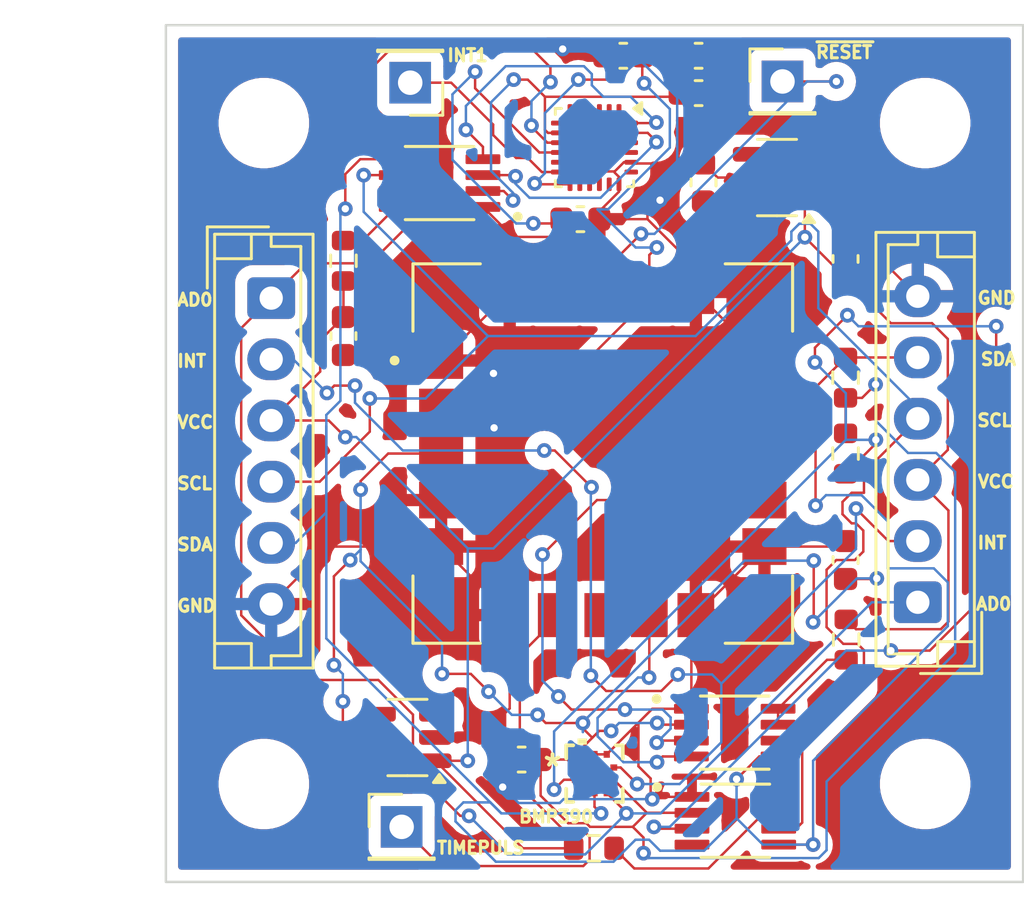
<source format=kicad_pcb>
(kicad_pcb (version 20240108) (generator "pcbnew") (generator_version "8.0")
  (layers (0 "F.Cu" signal) (31 "B.Cu" signal) (34 "B.Paste" user) (35 "F.Paste" user) (36 "B.SilkS" user "B.Silkscreen") (37 "F.SilkS" user "F.Silkscreen") (38 "B.Mask" user) (39 "F.Mask" user) (44 "Edge.Cuts" user))
  (net 0 "")
  (net 1 "GND")
  (net 11 "AD0")
  (net 14 "V33")
  (net 16 "SCL2")
  (net 17 "Net-(U4-REGOUT)")
  (net 18 "Vref")
  (net 20 "SDA2")
  (net 22 "Net-(J3-Pin_1)")
  (net 23 "VCC")
  (net 25 "V18")
  (net 29 "SDA")
  (net 30 "SCL")
  (net 31 "INT")
  (net 32 "Vref1")
  (net 33 "Net-(J6-Pin_1)")
  (net 34 "Net-(J7-Pin_1)")
  (net 35 "Net-(U3-EN)")
  (net 36 "SCL1")
  (net 37 "Net-(U7-EN)")
  (net 38 "Net-(U8-EN)")
  (net 39 "SCL3")
  (net 41 "SDA3")
  (net 45 "SDA1")
  (footprint "Resistor_SMD:R_0603_1608Metric" (layer "F.Cu") (at 66.075 66.4)
    (property "Reference" "R3" (hide yes))
    (property "Value" "200k")
  )
  (footprint "Capacitor_SMD:C_0603_1608Metric" (layer "F.Cu") (at 55.85 45.475 90)
    (property "Reference" "C5" (hide yes))
    (property "Value" "1µF")
  )
  (footprint "MountingHole:MountingHole_3.2mm_M3" (layer "F.Cu") (at 79.6 36.775)
    (property "Reference" "REF**" (hide yes))
    (property "Value" "MountingHole_3.2mm_M3" (hide yes))
  )
  (footprint "MountingHole:MountingHole_3.2mm_M3" (layer "F.Cu") (at 79.6 63.775)
    (property "Reference" "REF**" (hide yes))
    (property "Value" "MountingHole_3.2mm_M3" (hide yes))
  )
  (footprint "Connector_PinHeader_2.54mm:PinHeader_1x01_P2.54mm_Vertical" (layer "F.Cu") (at 58.225 65.525)
    (property "Reference" "J6" (hide yes))
    (property "Value" "Conn_01x01_Pin")
  )
  (footprint "Modular_Electronics_Toolkit_Footprints:SOP65P400X130-8N" (layer "F.Cu") (at 71.85 65.275)
    (property "Reference" "U7" (hide yes))
    (property "Value" "PCA9306DCTR")
  )
  (footprint "Modular_Electronics_Toolkit_Footprints:10LGA_2X2X0p75_BOS" (layer "F.Cu") (at 66.1 63.35)
    (property "Reference" "U1" (hide yes))
    (property "Value" "BMP390")
  )
  (footprint "MountingHole:MountingHole_3.2mm_M3" (layer "F.Cu") (at 52.6 36.775)
    (property "Reference" "REF**" (hide yes))
    (property "Value" "MountingHole_3.2mm_M3" (hide yes))
  )
  (footprint "Resistor_SMD:R_0603_1608Metric" (layer "F.Cu") (at 76.35 47.175 -90)
    (property "Reference" "R4" (hide yes))
    (property "Value" "4.7k")
  )
  (footprint "Capacitor_SMD:C_0603_1608Metric" (layer "F.Cu") (at 67.275 34.025)
    (property "Reference" "C6" (hide yes))
    (property "Value" "1µF")
  )
  (footprint "Sensor_Motion:InvenSense_QFN-24_3x3mm_P0.4mm" (layer "F.Cu") (at 66.1 37.775 -90)
    (property "Reference" "U4" (hide yes))
    (property "Value" "ICM-20948")
  )
  (footprint "Connector_PinHeader_2.54mm:PinHeader_1x01_P2.54mm_Vertical" (layer "F.Cu") (at 73.775 35.075)
    (property "Reference" "J7" (hide yes))
    (property "Value" "Conn_01x01_Pin")
  )
  (footprint "Package_TO_SOT_SMD:SOT-23-5" (layer "F.Cu") (at 73.55 39 180)
    (property "Reference" "U5" (hide yes))
    (property "Value" "TLV70018_SOT23-5")
  )
  (footprint "Capacitor_SMD:C_0603_1608Metric" (layer "F.Cu") (at 63.125 62.775 180)
    (property "Reference" "C9" (hide yes))
    (property "Value" "0.1µF")
  )
  (footprint "Capacitor_SMD:C_0603_1608Metric" (layer "F.Cu") (at 70.35 35.55 180)
    (property "Reference" "C3" (hide yes))
    (property "Value" "0.1µF")
  )
  (footprint "Resistor_SMD:R_0603_1608Metric" (layer "F.Cu") (at 76.35 50.275 -90)
    (property "Reference" "R2" (hide yes))
    (property "Value" "4.7k")
  )
  (footprint "Connector_PinHeader_2.54mm:PinHeader_1x01_P2.54mm_Vertical" (layer "F.Cu") (at 58.575 35.125 180)
    (property "Reference" "J3" (hide yes))
    (property "Value" "Conn_01x01_Pin")
  )
  (footprint "Connector_JST:JST_EH_B6B-EH-A_1x06_P2.50mm_Vertical" (layer "F.Cu") (at 52.9 43.925 -90)
    (property "Reference" "J4" (hide yes))
    (property "Value" "B6B-EH-A")
  )
  (footprint "Package_TO_SOT_SMD:SOT-23-5" (layer "F.Cu") (at 58.4625 61.875 180)
    (property "Reference" "U6" (hide yes))
    (property "Value" "TLV70033_SOT23-5")
  )
  (footprint "Capacitor_SMD:C_0603_1608Metric" (layer "F.Cu") (at 70.55 39.2 -90)
    (property "Reference" "C2" (hide yes))
    (property "Value" "1µF")
  )
  (footprint "Capacitor_SMD:C_0603_1608Metric" (layer "F.Cu") (at 70.35 34.025 180)
    (property "Reference" "C7" (hide yes))
    (property "Value" "0.1µF")
  )
  (footprint "MountingHole:MountingHole_3.2mm_M3" (layer "F.Cu") (at 52.6 63.775)
    (property "Reference" "REF**" (hide yes))
    (property "Value" "MountingHole_3.2mm_M3" (hide yes))
  )
  (footprint "Capacitor_SMD:C_0603_1608Metric" (layer "F.Cu") (at 76.35 54.625 -90)
    (property "Reference" "C8" (hide yes))
    (property "Value" "0.1µF")
  )
  (footprint "Modular_Electronics_Toolkit_Footprints:XCVR_SAM-M10Q-00B" (layer "F.Cu") (at 66.4375 50.275)
    (property "Reference" "U2" (hide yes))
    (property "Value" "SAM-M10Q-00B")
  )
  (footprint "Resistor_SMD:R_0603_1608Metric" (layer "F.Cu") (at 55.85 42.4 90)
    (property "Reference" "R1" (hide yes))
    (property "Value" "200k")
  )
  (footprint "Modular_Electronics_Toolkit_Footprints:SOP65P400X130-8N" (layer "F.Cu") (at 71.825 61.675)
    (property "Reference" "U8" (hide yes))
    (property "Value" "PCA9306DCTR")
  )
  (footprint "Connector_JST:JST_EH_B6B-EH-A_1x06_P2.50mm_Vertical" (layer "F.Cu") (at 79.3 56.35 90)
    (property "Reference" "J5" (hide yes))
    (property "Value" "B6B-EH-A")
  )
  (footprint "Modular_Electronics_Toolkit_Footprints:SOP65P400X130-8N" (layer "F.Cu") (at 59.775 39.225 180)
    (property "Reference" "U3" (hide yes))
    (property "Value" "PCA9306DCTR")
  )
  (footprint "Capacitor_SMD:C_0603_1608Metric" (layer "F.Cu") (at 65.525 40.7)
    (property "Reference" "C4" (hide yes))
    (property "Value" "0.1µF")
  )
  (footprint "Capacitor_SMD:C_0603_1608Metric" (layer "F.Cu") (at 76.35 42.325 -90)
    (property "Reference" "C1" (hide yes))
    (property "Value" "1µF")
  )
  (footprint "Resistor_SMD:R_0603_1608Metric" (layer "F.Cu") (at 76.375 57.875 -90)
    (property "Reference" "R5" (hide yes))
    (property "Value" "200k")
  )
  (gr_rect (start 48.6 32.775) (end 83.6 67.775) (stroke (width 0.1)) (fill none) (layer "Edge.Cuts"))
  (gr_text "INT1" (at 60.025 34.3 0) (layer "F.SilkS") (effects (font (size 0.5 0.5) (thickness 0.125) (bold yes)) (justify left bottom)))
  (gr_text "SCL" (at 81.663095 49.213125 0) (layer "F.SilkS") (effects (font (size 0.5 0.5) (thickness 0.125) (bold yes)) (justify left bottom)))
  (gr_text "SCL" (at 49 51.788125 0) (layer "F.SilkS") (effects (font (size 0.5 0.5) (thickness 0.125) (bold yes)) (justify left bottom)))
  (gr_text "AD0" (at 49 44.288125 0) (layer "F.SilkS") (effects (font (size 0.5 0.5) (thickness 0.125) (bold yes)) (justify left bottom)))
  (gr_text "INT" (at 81.675 54.213125 0) (layer "F.SilkS") (effects (font (size 0.5 0.5) (thickness 0.125) (bold yes)) (justify left bottom)))
  (gr_text "SDA" (at 49 54.288125 0) (layer "F.SilkS") (effects (font (size 0.5 0.5) (thickness 0.125) (bold yes)) (justify left bottom)))
  (gr_text "TIMEPULS" (at 59.6 66.675 0) (layer "F.SilkS") (effects (font (size 0.5 0.5) (thickness 0.125) (bold yes)) (justify left bottom)))
  (gr_text "BMP390" (at 62.95 65.4 0) (layer "F.SilkS") (effects (font (size 0.5 0.5) (thickness 0.125) (bold yes)) (justify left bottom)))
  (gr_text "GND" (at 49 56.788125 0) (layer "F.SilkS") (effects (font (size 0.5 0.5) (thickness 0.125) (bold yes)) (justify left bottom)))
  (gr_text "VCC" (at 49 49.288125 0) (layer "F.SilkS") (effects (font (size 0.5 0.5) (thickness 0.125) (bold yes)) (justify left bottom)))
  (gr_text "VCC" (at 81.686904 51.713125 0) (layer "F.SilkS") (effects (font (size 0.5 0.5) (thickness 0.125) (bold yes)) (justify left bottom)))
  (gr_text "AD0" (at 81.615475 56.713125 0) (layer "F.SilkS") (effects (font (size 0.5 0.5) (thickness 0.125) (bold yes)) (justify left bottom)))
  (gr_text "SDA" (at 81.805952 46.713125 0) (layer "F.SilkS") (effects (font (size 0.5 0.5) (thickness 0.125) (bold yes)) (justify left bottom)))
  (gr_text "RESET" (at 75.075 34.175 0) (layer "F.SilkS") (effects (font (size 0.5 0.5) (thickness 0.125) (bold yes)) (justify left bottom)))
  (gr_text "______" (at 75.1 33.475 0) (layer "F.SilkS") (effects (font (size 0.5 0.5) (thickness 0.125) (bold yes)) (justify left bottom)))
  (gr_text "GND" (at 81.675 44.213125 0) (layer "F.SilkS") (effects (font (size 0.5 0.5) (thickness 0.125) (bold yes)) (justify left bottom)))
  (gr_text "INT" (at 49 46.788125 0) (layer "F.SilkS") (effects (font (size 0.5 0.5) (thickness 0.125) (bold yes)) (justify left bottom)))
  (segment (start 68.775 39.925) (end 68.2625 40.4375) (width 0.1) (layer "F.Cu") (net 1))
  (segment (start 61.45 61.875) (end 59.6 61.875) (width 0.1) (layer "F.Cu") (net 1))
  (segment (start 62.6375 60.6875) (end 61.45 61.875) (width 0.1) (layer "F.Cu") (net 1))
  (segment (start 62.77 41.425) (end 62.6375 41.2925) (width 0.1) (layer "F.Cu") (net 1))
  (segment (start 59.8375 52.175) (end 59.8375 54.075) (width 0.1) (layer "F.Cu") (net 1))
  (segment (start 76.35 41.55) (end 76.35 40.000001) (width 0.1) (layer "F.Cu") (net 1))
  (segment (start 70.55 38.425) (end 71.125 39) (width 0.1) (layer "F.Cu") (net 1))
  (segment (start 66.3 40.7) (end 68.2625 40.7) (width 0.1) (layer "F.Cu") (net 1))
  (segment (start 66.3 40.7) (end 65.575 41.425) (width 0.1) (layer "F.Cu") (net 1))
  (segment (start 61.45 46.475) (end 59.8375 46.475) (width 0.1) (layer "F.Cu") (net 1))
  (segment (start 76.35 41.55) (end 77 41.55) (width 0.1) (layer "F.Cu") (net 1))
  (segment (start 67.29935 38.375) (end 67.6 38.375) (width 0.1) (layer "F.Cu") (net 1))
  (segment (start 76.125 54.075) (end 76.35 53.85) (width 0.1) (layer "F.Cu") (net 1))
  (segment (start 71.125 37.85) (end 70.55 38.425) (width 0.1) (layer "F.Cu") (net 1))
  (segment (start 73.0375 54.075) (end 76.125 54.075) (width 0.1) (layer "F.Cu") (net 1))
  (segment (start 62.6375 56.875) (end 62.6375 60.6875) (width 0.1) (layer "F.Cu") (net 1))
  (segment (start 70.055 60.7) (end 70.055 57.0575) (width 0.1) (layer "F.Cu") (net 1))
  (segment (start 65.334288 38.75) (end 66.92435 38.75) (width 0.1) (layer "F.Cu") (net 1))
  (segment (start 61.225 52.175) (end 62 51.4) (width 0.1) (layer "F.Cu") (net 1))
  (segment (start 57.525 46.25) (end 57.75 46.475) (width 0.1) (layer "F.Cu") (net 1))
  (segment (start 70.055 57.0575) (end 70.2375 56.875) (width 0.1) (layer "F.Cu") (net 1))
  (segment (start 68.391305 64.326087) (end 68.457609 64.392391) (width 0.1) (layer "F.Cu") (net 1))
  (segment (start 66.5 34.025) (end 65.075 34.025) (width 0.1) (layer "F.Cu") (net 1))
  (segment (start 65.575 41.425) (end 62.77 41.425) (width 0.1) (layer "F.Cu") (net 1))
  (segment (start 64.6 38.375) (end 64.959288 38.375) (width 0.1) (layer "F.Cu") (net 1))
  (segment (start 67.65 38.425) (end 67.6 38.375) (width 0.1) (layer "F.Cu") (net 1))
  (segment (start 68.391305 63.548268) (end 68.391305 64.326087) (width 0.1) (layer "F.Cu") (net 1))
  (segment (start 67.1 38.97435) (end 66.92435 38.7987) (width 0.1) (layer "F.Cu") (net 1))
  (segment (start 65.600001 63.974999) (end 66.1 63.475) (width 0.1) (layer "F.Cu") (net 1))
  (segment (start 55.85 46.25) (end 57.525 46.25) (width 0.1) (layer "F.Cu") (net 1))
  (segment (start 62.35 62.775) (end 61.45 61.875) (width 0.1) (layer "F.Cu") (net 1))
  (segment (start 77 41.55) (end 79.3 43.85) (width 0.1) (layer "F.Cu") (net 1))
  (segment (start 68.2625 40.7) (end 70.2375 42.675) (width 0.1) (layer "F.Cu") (net 1))
  (segment (start 67.893799 63.050762) (end 67.893799 61.268799) (width 0.1) (layer "F.Cu") (net 1))
  (segment (start 62.6375 41.2925) (end 61.545 40.2) (width 0.1) (layer "F.Cu") (net 1))
  (segment (start 66.3 40.7) (end 66.3 40.37565) (width 0.1) (layer "F.Cu") (net 1))
  (segment (start 68.462599 60.7) (end 67.893799 61.268799) (width 0.1) (layer "F.Cu") (net 1))
  (segment (start 70.55 38.425) (end 67.65 38.425) (width 0.1) (layer "F.Cu") (net 1))
  (segment (start 57.75 46.475) (end 59.8375 46.475) (width 0.1) (layer "F.Cu") (net 1))
  (segment (start 66.3 40.37565) (end 67.1 39.57565) (width 0.1) (layer "F.Cu") (net 1))
  (segment (start 66.92435 38.7987) (end 66.92435 38.75) (width 0.1) (layer "F.Cu") (net 1))
  (segment (start 65.075 34.025) (end 64.8 33.75) (width 0.1) (layer "F.Cu") (net 1))
  (segment (start 66.1 63.475) (end 66.1 62.5626) (width 0.1) (layer "F.Cu") (net 1))
  (segment (start 67.1 39.275) (end 67.1 38.97435) (width 0.1) (layer "F.Cu") (net 1))
  (segment (start 70.2375 56.875) (end 73.0375 54.075) (width 0.1) (layer "F.Cu") (net 1))
  (segment (start 59.8375 54.075) (end 55.25 54.075) (width 0.1) (layer "F.Cu") (net 1))
  (segment (start 64.959288 38.375) (end 65.334288 38.75) (width 0.1) (layer "F.Cu") (net 1))
  (segment (start 71.125 35.55) (end 71.125 37.85) (width 0.1) (layer "F.Cu") (net 1))
  (segment (start 70.08 64.3) (end 68.55 64.3) (width 0.1) (layer "F.Cu") (net 1))
  (segment (start 68.55 64.3) (end 68.457609 64.392391) (width 0.1) (layer "F.Cu") (net 1))
  (segment (start 62.35 62.775) (end 62.35 63.9) (width 0.1) (layer "F.Cu") (net 1))
  (segment (start 61.975 47) (end 61.45 46.475) (width 0.1) (layer "F.Cu") (net 1))
  (segment (start 73.0375 46.475) (end 70.2375 43.675) (width 0.1) (layer "F.Cu") (net 1))
  (segment (start 62.6375 43.675) (end 62.6375 41.2925) (width 0.1) (layer "F.Cu") (net 1))
  (segment (start 67.893799 63.050762) (end 68.391305 63.548268) (width 0.1) (layer "F.Cu") (net 1))
  (segment (start 68.2625 40.4375) (end 68.2625 40.7) (width 0.1) (layer "F.Cu") (net 1))
  (segment (start 66.599999 62.5626) (end 66.1 62.5626) (width 0.1) (layer "F.Cu") (net 1))
  (segment (start 70.2375 42.675) (end 70.2375 43.675) (width 0.1) (layer "F.Cu") (net 1))
  (segment (start 65.600001 64.1374) (end 65.600001 63.974999) (width 0.1) (layer "F.Cu") (net 1))
  (segment (start 76.35 40.000001) (end 75.349999 39) (width 0.1) (layer "F.Cu") (net 1))
  (segment (start 59.8375 52.175) (end 61.225 52.175) (width 0.1) (layer "F.Cu") (net 1))
  (segment (start 59.8375 46.475) (end 62.6375 43.675) (width 0.1) (layer "F.Cu") (net 1))
  (segment (start 67.1 39.57565) (end 67.1 39.275) (width 0.1) (layer "F.Cu") (net 1))
  (segment (start 67.893799 61.268799) (end 66.599999 62.5626) (width 0.1) (layer "F.Cu") (net 1))
  (segment (start 71.125 39) (end 74.6875 39) (width 0.1) (layer "F.Cu") (net 1))
  (segment (start 55.25 54.075) (end 52.9 56.425) (width 0.1) (layer "F.Cu") (net 1))
  (segment (start 62.6375 56.875) (end 59.8375 54.075) (width 0.1) (layer "F.Cu") (net 1))
  (segment (start 62 51.4) (end 62 49.225) (width 0.1) (layer "F.Cu") (net 1))
  (segment (start 75.349999 39) (end 74.6875 39) (width 0.1) (layer "F.Cu") (net 1))
  (segment (start 71.125 34.025) (end 71.125 35.55) (width 0.1) (layer "F.Cu") (net 1))
  (segment (start 66.92435 38.75) (end 67.29935 38.375) (width 0.1) (layer "F.Cu") (net 1))
  (segment (start 70.055 60.7) (end 68.462599 60.7) (width 0.1) (layer "F.Cu") (net 1))
  (via (at 64.8 33.75) (size 0.6) (drill 0.3) (layers "F.Cu" "B.Cu") (net 1))
  (via (at 68.457609 64.392391) (size 0.6) (drill 0.3) (layers "F.Cu" "B.Cu") (net 1))
  (via (at 68.775 39.925) (size 0.6) (drill 0.3) (layers "F.Cu" "B.Cu") (net 1))
  (via (at 62 49.225) (size 0.6) (drill 0.3) (layers "F.Cu" "B.Cu") (net 1))
  (via (at 62.35 63.9) (size 0.6) (drill 0.3) (layers "F.Cu" "B.Cu") (net 1))
  (via (at 61.975 47) (size 0.6) (drill 0.3) (layers "F.Cu" "B.Cu") (net 1))
  (segment (start 67.502818 33.75) (end 69.475 35.722182) (width 0.1) (layer "B.Cu") (net 1))
  (segment (start 64.8 33.75) (end 67.502818 33.75) (width 0.1) (layer "B.Cu") (net 1))
  (segment (start 69.475 35.722182) (end 69.475 39.225) (width 0.1) (layer "B.Cu") (net 1))
  (segment (start 62 47.025) (end 61.975 47) (width 0.1) (layer "B.Cu") (net 1))
  (segment (start 69.475 39.225) (end 68.775 39.925) (width 0.1) (layer "B.Cu") (net 1))
  (segment (start 63 64.55) (end 62.35 63.9) (width 0.1) (layer "B.Cu") (net 1))
  (segment (start 62 49.225) (end 62 47.025) (width 0.1) (layer "B.Cu") (net 1))
  (segment (start 64.677818 64.55) (end 63 64.55) (width 0.1) (layer "B.Cu") (net 1))
  (segment (start 68.457609 64.392391) (end 64.835427 64.392391) (width 0.1) (layer "B.Cu") (net 1))
  (segment (start 64.835427 64.392391) (end 64.677818 64.55) (width 0.1) (layer "B.Cu") (net 1))
  (segment (start 57.125 36.13435) (end 59.175 38.18435) (width 0.1) (layer "F.Cu") (net 11))
  (segment (start 59.175 40.275) (end 56.947014 42.502986) (width 0.1) (layer "F.Cu") (net 11))
  (segment (start 64.3 34.5) (end 63.575 33.775) (width 0.1) (layer "F.Cu") (net 11))
  (segment (start 59.175 38.18435) (end 59.175 40.275) (width 0.1) (layer "F.Cu") (net 11))
  (segment (start 57.125 34.4) (end 57.125 36.13435) (width 0.1) (layer "F.Cu") (net 11))
  (segment (start 67.396582 64.933983) (end 66.599999 64.1374) (width 0.1) (layer "F.Cu") (net 11))
  (segment (start 57.75 33.775) (end 57.125 34.4) (width 0.1) (layer "F.Cu") (net 11))
  (segment (start 64.6 37.575) (end 64.175086 37.575) (width 0.1) (layer "F.Cu") (net 11))
  (segment (start 67.396582 64.975) (end 67.396582 64.933983) (width 0.1) (layer "F.Cu") (net 11))
  (segment (start 64.3 35.1) (end 64.3 34.5) (width 0.1) (layer "F.Cu") (net 11))
  (segment (start 51.675 45.15) (end 51.675 56.880635) (width 0.1) (layer "F.Cu") (net 11))
  (segment (start 54.319365 59.525) (end 57.275 59.525) (width 0.1) (layer "F.Cu") (net 11))
  (segment (start 63.525 36.924914) (end 63.525 36.875) (width 0.1) (layer "F.Cu") (net 11))
  (segment (start 64.175086 37.575) (end 63.525 36.924914) (width 0.1) (layer "F.Cu") (net 11))
  (segment (start 57.275 59.525) (end 58.6875 60.9375) (width 0.1) (layer "F.Cu") (net 11))
  (segment (start 52.9 43.925) (end 51.675 45.15) (width 0.1) (layer "F.Cu") (net 11))
  (segment (start 60.617658 65.075) (end 60.975 65.075) (width 0.1) (layer "F.Cu") (net 11))
  (segment (start 56.947014 42.502986) (end 54.322014 42.502986) (width 0.1) (layer "F.Cu") (net 11))
  (segment (start 51.675 56.880635) (end 54.319365 59.525) (width 0.1) (layer "F.Cu") (net 11))
  (segment (start 58.6875 63.144842) (end 60.617658 65.075) (width 0.1) (layer "F.Cu") (net 11))
  (segment (start 54.322014 42.502986) (end 52.9 43.925) (width 0.1) (layer "F.Cu") (net 11))
  (segment (start 58.6875 60.9375) (end 58.6875 63.144842) (width 0.1) (layer "F.Cu") (net 11))
  (segment (start 63.575 33.775) (end 57.75 33.775) (width 0.1) (layer "F.Cu") (net 11))
  (via (at 63.525 36.875) (size 0.6) (drill 0.3) (layers "F.Cu" "B.Cu") (net 11))
  (via (at 67.396582 64.975) (size 0.6) (drill 0.3) (layers "F.Cu" "B.Cu") (net 11))
  (via (at 64.3 35.1) (size 0.6) (drill 0.3) (layers "F.Cu" "B.Cu") (net 11))
  (via (at 60.975 65.075) (size 0.6) (drill 0.3) (layers "F.Cu" "B.Cu") (net 11))
  (segment (start 77.422182 56.35) (end 79.3 56.35) (width 0.1) (layer "B.Cu") (net 11))
  (segment (start 65.721582 66.65) (end 62.55 66.65) (width 0.1) (layer "B.Cu") (net 11))
  (segment (start 62.55 66.65) (end 60.975 65.075) (width 0.1) (layer "B.Cu") (net 11))
  (segment (start 67.396582 64.975) (end 65.721582 66.65) (width 0.1) (layer "B.Cu") (net 11))
  (segment (start 63.525 36.875) (end 63.525 35.875) (width 0.1) (layer "B.Cu") (net 11))
  (segment (start 68.797182 64.975) (end 77.422182 56.35) (width 0.1) (layer "B.Cu") (net 11))
  (segment (start 63.525 35.875) (end 64.3 35.1) (width 0.1) (layer "B.Cu") (net 11))
  (segment (start 67.396582 64.975) (end 68.797182 64.975) (width 0.1) (layer "B.Cu") (net 11))
  (segment (start 77.6 55.4) (end 76.35 55.4) (width 0.1) (layer "F.Cu") (net 14))
  (segment (start 66.77989 61.60489) (end 66.29101 61.60489) (width 0.1) (layer "F.Cu") (net 14))
  (segment (start 68.3375 43.925) (end 68.3375 43.675) (width 0.1) (layer "F.Cu") (net 14))
  (segment (start 63.690631 39.275) (end 65.1 39.275) (width 0.1) (layer "F.Cu") (net 14))
  (segment (start 66.01045 61.88545) (end 65.600001 62.295899) (width 0.1) (layer "F.Cu") (net 14))
  (segment (start 68.3375 43.675) (end 68.3375 42.1625) (width 0.1) (layer "F.Cu") (net 14))
  (segment (start 61.05 59.275) (end 61.775 60) (width 0.1) (layer "F.Cu") (net 14))
  (segment (start 65.600001 62.295899) (end 65.600001 62.5626) (width 0.1) (layer "F.Cu") (net 14))
  (segment (start 68.125 35.15) (end 68.05 35.075) (width 0.1) (layer "F.Cu") (net 14))
  (segment (start 65.625 61.282709) (end 65.625 61.5) (width 0.1) (layer "F.Cu") (net 14))
  (segment (start 55.825 61.325) (end 55.825 60.4) (width 0.1) (layer "F.Cu") (net 14))
  (segment (start 56.55 51.75) (end 56.55 51.4) (width 0.1) (layer "F.Cu") (net 14))
  (segment (start 75.05 57.135881) (end 75.025 57.160881) (width 0.1) (layer "F.Cu") (net 14))
  (segment (start 68.725 61.35) (end 70.055 61.35) (width 0.1) (layer "F.Cu") (net 14))
  (segment (start 67.075 35) (end 65.44054 35) (width 0.1) (layer "F.Cu") (net 14))
  (segment (start 57.325 62.825) (end 55.825 61.325) (width 0.1) (layer "F.Cu") (net 14))
  (segment (start 59.8375 50.275) (end 59.8375 48.375) (width 0.1) (layer "F.Cu") (net 14))
  (segment (start 59.875 59.275) (end 61.05 59.275) (width 0.1) (layer "F.Cu") (net 14))
  (segment (start 59.8375 48.375) (end 63.8875 48.375) (width 0.1) (layer "F.Cu") (net 14))
  (segment (start 77.625 55.375) (end 77.6 55.4) (width 0.1) (layer "F.Cu") (net 14))
  (segment (start 64.107709 61.282709) (end 65.625 61.282709) (width 0.1) (layer "F.Cu") (net 14))
  (segment (start 68.05 35.075) (end 68.05 34.025) (width 0.1) (layer "F.Cu") (net 14))
  (segment (start 68.657709 61.282709) (end 68.725 61.35) (width 0.1) (layer "F.Cu") (net 14))
  (segment (start 63.775 60.95) (end 64.107709 61.282709) (width 0.1) (layer "F.Cu") (net 14))
  (segment (start 68.05 34.025) (end 67.075 35) (width 0.1) (layer "F.Cu") (net 14))
  (segment (start 63.656615 39.240984) (end 63.690631 39.275) (width 0.1) (layer "F.Cu") (net 14))
  (segment (start 75.05 54.65) (end 75.05 57.135881) (width 0.1) (layer "F.Cu") (net 14))
  (segment (start 66.29101 61.60489) (end 66.01045 61.88545) (width 0.1) (layer "F.Cu") (net 14))
  (segment (start 55.459682 55.290318) (end 55.459682 58.915318) (width 0.1) (layer "F.Cu") (net 14))
  (segment (start 56.55 51.4) (end 57.675 50.275) (width 0.1) (layer "F.Cu") (net 14))
  (segment (start 56.125 54.625) (end 55.459682 55.290318) (width 0.1) (layer "F.Cu") (net 14))
  (segment (start 68.05 34.025) (end 69.575 34.025) (width 0.1) (layer "F.Cu") (net 14))
  (segment (start 65.625 61.5) (end 66.01045 61.88545) (width 0.1) (layer "F.Cu") (net 14))
  (segment (start 57.675 50.275) (end 59.8375 50.275) (width 0.1) (layer "F.Cu") (net 14))
  (segment (start 68.3375 42.1625) (end 68.642341 41.857659) (width 0.1) (layer "F.Cu") (net 14))
  (segment (start 63.8875 48.375) (end 68.3375 43.925) (width 0.1) (layer "F.Cu") (net 14))
  (via (at 68.125 35.15) (size 0.6) (drill 0.3) (layers "F.Cu" "B.Cu") (net 14))
  (via (at 63.775 60.95) (size 0.6) (drill 0.3) (layers "F.Cu" "B.Cu") (net 14))
  (via (at 56.55 51.75) (size 0.6) (drill 0.3) (layers "F.Cu" "B.Cu") (net 14))
  (via (at 59.875 59.275) (size 0.6) (drill 0.3) (layers "F.Cu" "B.Cu") (net 14))
  (via (at 65.625 61.282709) (size 0.6) (drill 0.3) (layers "F.Cu" "B.Cu") (net 14))
  (via (at 65.44054 35) (size 0.6) (drill 0.3) (layers "F.Cu" "B.Cu") (net 14))
  (via (at 68.657709 61.282709) (size 0.6) (drill 0.3) (layers "F.Cu" "B.Cu") (net 14))
  (via (at 75.025 57.160881) (size 0.6) (drill 0.3) (layers "F.Cu" "B.Cu") (net 14))
  (via (at 75.05 54.65) (size 0.6) (drill 0.3) (layers "F.Cu" "B.Cu") (net 14))
  (via (at 77.625 55.375) (size 0.6) (drill 0.3) (layers "F.Cu" "B.Cu") (net 14))
  (via (at 55.459682 58.915318) (size 0.6) (drill 0.3) (layers "F.Cu" "B.Cu") (net 14))
  (via (at 63.656615 39.240984) (size 0.6) (drill 0.3) (layers "F.Cu" "B.Cu") (net 14))
  (via (at 56.125 54.625) (size 0.6) (drill 0.3) (layers "F.Cu" "B.Cu") (net 14))
  (via (at 68.642341 41.857659) (size 0.6) (drill 0.3) (layers "F.Cu" "B.Cu") (net 14))
  (via (at 61.775 60) (size 0.6) (drill 0.3) (layers "F.Cu" "B.Cu") (net 14))
  (via (at 66.77989 61.60489) (size 0.6) (drill 0.3) (layers "F.Cu" "B.Cu") (net 14))
  (via (at 55.825 60.4) (size 0.6) (drill 0.3) (layers "F.Cu" "B.Cu") (net 14))
  (segment (start 69.175 37.777821) (end 69.175 36.2) (width 0.1) (layer "B.Cu") (net 14))
  (segment (start 65.625 61.247918) (end 72.222918 54.65) (width 0.1) (layer "B.Cu") (net 14))
  (segment (start 72.222918 54.65) (end 75.05 54.65) (width 0.1) (layer "B.Cu") (net 14))
  (segment (start 66.651065 40.301756) (end 69.175 37.777821) (width 0.1) (layer "B.Cu") (net 14))
  (segment (start 56.55 54.2) (end 56.55 54.675) (width 0.1) (layer "B.Cu") (net 14))
  (segment (start 63.656615 39.240984) (end 64.075 38.822599) (width 0.1) (layer "B.Cu") (net 14))
  (segment (start 62.725 60.95) (end 63.775 60.95) (width 0.1) (layer "B.Cu") (net 14))
  (segment (start 67.102071 61.282709) (end 66.77989 61.60489) (width 0.1) (layer "B.Cu") (net 14))
  (segment (start 56.55 54.2) (end 56.125 54.625) (width 0.1) (layer "B.Cu") (net 14))
  (segment (start 65.625 61.652082) (end 65.625 61.247918) (width 0.1) (layer "B.Cu") (net 14))
  (segment (start 66.223938 40.301756) (end 66.651065 40.301756) (width 0.1) (layer "B.Cu") (net 14))
  (segment (start 63.9 60.95) (end 63.775 60.95) (width 0.1) (layer "B.Cu") (net 14))
  (segment (start 61.775 60) (end 62.725 60.95) (width 0.1) (layer "B.Cu") (net 14))
  (segment (start 65.625 61.282709) (end 65.625 61.652082) (width 0.1) (layer "B.Cu") (net 14))
  (segment (start 55.459682 58.915318) (end 55.825 59.280636) (width 0.1) (layer "B.Cu") (net 14))
  (segment (start 64.075 36.36554) (end 65.44054 35) (width 0.1) (layer "B.Cu") (net 14))
  (segment (start 56.55 54.675) (end 59.875 58) (width 0.1) (layer "B.Cu") (net 14))
  (segment (start 75.025 57.160881) (end 76.810881 55.375) (width 0.1) (layer "B.Cu") (net 14))
  (segment (start 64.075 38.822599) (end 64.075 36.36554) (width 0.1) (layer "B.Cu") (net 14))
  (segment (start 76.810881 55.375) (end 77.625 55.375) (width 0.1) (layer "B.Cu") (net 14))
  (segment (start 67.779841 41.857659) (end 66.223938 40.301756) (width 0.1) (layer "B.Cu") (net 14))
  (segment (start 55.825 59.280636) (end 55.825 60.4) (width 0.1) (layer "B.Cu") (net 14))
  (segment (start 59.875 58) (end 59.875 59.275) (width 0.1) (layer "B.Cu") (net 14))
  (segment (start 56.55 51.75) (end 56.55 54.2) (width 0.1) (layer "B.Cu") (net 14))
  (segment (start 68.642341 41.857659) (end 67.779841 41.857659) (width 0.1) (layer "B.Cu") (net 14))
  (segment (start 68.657709 61.282709) (end 67.102071 61.282709) (width 0.1) (layer "B.Cu") (net 14))
  (segment (start 69.175 36.2) (end 68.125 35.15) (width 0.1) (layer "B.Cu") (net 14))
  (segment (start 62.825 38.9) (end 61.545 38.9) (width 0.1) (layer "F.Cu") (net 16))
  (segment (start 67.6 37.175) (end 68.272182 37.175) (width 0.1) (layer "F.Cu") (net 16))
  (segment (start 68.272182 37.175) (end 68.625 37.527818) (width 0.1) (layer "F.Cu") (net 16))
  (segment (start 68.625 37.527818) (end 68.625 37.550003) (width 0.1) (layer "F.Cu") (net 16))
  (segment (start 62.875 38.95) (end 62.825 38.9) (width 0.1) (layer "F.Cu") (net 16))
  (via (at 68.625 37.550003) (size 0.6) (drill 0.3) (layers "F.Cu" "B.Cu") (net 16))
  (via (at 62.875 38.95) (size 0.6) (drill 0.3) (layers "F.Cu" "B.Cu") (net 16))
  (segment (start 63.446374 39.826801) (end 66.348202 39.826801) (width 0.1) (layer "B.Cu") (net 16))
  (segment (start 62.875 38.95) (end 62.875 39.255427) (width 0.1) (layer "B.Cu") (net 16))
  (segment (start 66.348202 39.826801) (end 68.625 37.550003) (width 0.1) (layer "B.Cu") (net 16))
  (segment (start 62.875 39.255427) (end 63.446374 39.826801) (width 0.1) (layer "B.Cu") (net 16))
  (segment (start 61.225 34.675) (end 61.225 35.352818) (width 0.1) (layer "F.Cu") (net 17))
  (segment (start 63.6 40.875) (end 64.575 40.875) (width 0.1) (layer "F.Cu") (net 17))
  (segment (start 64.575 40.875) (end 64.75 40.7) (width 0.1) (layer "F.Cu") (net 17))
  (segment (start 63.847182 37.975) (end 64.6 37.975) (width 0.1) (layer "F.Cu") (net 17))
  (segment (start 61.225 35.352818) (end 63.847182 37.975) (width 0.1) (layer "F.Cu") (net 17))
  (via (at 63.6 40.875) (size 0.6) (drill 0.3) (layers "F.Cu" "B.Cu") (net 17))
  (via (at 61.225 34.675) (size 0.6) (drill 0.3) (layers "F.Cu" "B.Cu") (net 17))
  (segment (start 62.9 40.875) (end 60.3 38.275) (width 0.1) (layer "B.Cu") (net 17))
  (segment (start 60.3 35.6) (end 61.225 34.675) (width 0.1) (layer "B.Cu") (net 17))
  (segment (start 63.6 40.875) (end 62.9 40.875) (width 0.1) (layer "B.Cu") (net 17))
  (segment (start 60.3 38.275) (end 60.3 35.6) (width 0.1) (layer "B.Cu") (net 17))
  (segment (start 69.425 35.7) (end 64.075 35.7) (width 0.1) (layer "F.Cu") (net 18))
  (segment (start 64.075 35.7) (end 63.375 35) (width 0.1) (layer "F.Cu") (net 18))
  (segment (start 62.773846 39.932092) (end 62.391754 39.55) (width 0.1) (layer "F.Cu") (net 18))
  (segment (start 69.575 35.55) (end 69.425 35.7) (width 0.1) (layer "F.Cu") (net 18))
  (segment (start 62.391754 39.55) (end 61.545 39.55) (width 0.1) (layer "F.Cu") (net 18))
  (segment (start 64.075 37.05065) (end 64.075 35.7) (width 0.1) (layer "F.Cu") (net 18))
  (segment (start 63.375 35) (end 62.8 35) (width 0.1) (layer "F.Cu") (net 18))
  (segment (start 64.19935 37.175) (end 64.075 37.05065) (width 0.1) (layer "F.Cu") (net 18))
  (segment (start 64.6 37.175) (end 64.19935 37.175) (width 0.1) (layer "F.Cu") (net 18))
  (via (at 62.8 35) (size 0.6) (drill 0.3) (layers "F.Cu" "B.Cu") (net 18))
  (via (at 62.773846 39.932092) (size 0.6) (drill 0.3) (layers "F.Cu" "B.Cu") (net 18))
  (segment (start 62.773846 39.932092) (end 62.773846 39.626664) (width 0.1) (layer "B.Cu") (net 18))
  (segment (start 61.875 38.727818) (end 61.875 35.925) (width 0.1) (layer "B.Cu") (net 18))
  (segment (start 61.875 35.925) (end 62.8 35) (width 0.1) (layer "B.Cu") (net 18))
  (segment (start 62.773846 39.626664) (end 61.875 38.727818) (width 0.1) (layer "B.Cu") (net 18))
  (segment (start 68.625 36.75) (end 68.6 36.775) (width 0.1) (layer "F.Cu") (net 20))
  (segment (start 68.6 36.775) (end 67.6 36.775) (width 0.1) (layer "F.Cu") (net 20))
  (segment (start 60.85 37.05) (end 61.545 37.745) (width 0.1) (layer "F.Cu") (net 20))
  (segment (start 61.545 37.745) (end 61.545 38.25) (width 0.1) (layer "F.Cu") (net 20))
  (via (at 60.85 37.05) (size 0.6) (drill 0.3) (layers "F.Cu" "B.Cu") (net 20))
  (via (at 68.625 36.75) (size 0.6) (drill 0.3) (layers "F.Cu" "B.Cu") (net 20))
  (segment (start 65.668358 34.45) (end 65.99054 34.772182) (width 0.1) (layer "B.Cu") (net 20))
  (segment (start 62.475 34.45) (end 65.668358 34.45) (width 0.1) (layer "B.Cu") (net 20))
  (segment (start 65.99054 34.772182) (end 65.99054 35.227818) (width 0.1) (layer "B.Cu") (net 20))
  (segment (start 60.85 37.05) (end 60.85 36.075) (width 0.1) (layer "B.Cu") (net 20))
  (segment (start 65.99054 35.227818) (end 66.462722 35.7) (width 0.1) (layer "B.Cu") (net 20))
  (segment (start 66.462722 35.7) (end 67.575 35.7) (width 0.1) (layer "B.Cu") (net 20))
  (segment (start 67.575 35.7) (end 68.625 36.75) (width 0.1) (layer "B.Cu") (net 20))
  (segment (start 60.85 36.075) (end 62.475 34.45) (width 0.1) (layer "B.Cu") (net 20))
  (segment (start 61.960766 37.260766) (end 62.9 38.2) (width 0.1) (layer "F.Cu") (net 22))
  (segment (start 63.375209 38.2) (end 63.950209 38.775) (width 0.1) (layer "F.Cu") (net 22))
  (segment (start 62.9 38.2) (end 63.375209 38.2) (width 0.1) (layer "F.Cu") (net 22))
  (segment (start 58.575 35.125) (end 60.24935 35.125) (width 0.1) (layer "F.Cu") (net 22))
  (segment (start 63.950209 38.775) (end 64.6 38.775) (width 0.1) (layer "F.Cu") (net 22))
  (segment (start 60.24935 35.125) (end 61.960766 36.836416) (width 0.1) (layer "F.Cu") (net 22))
  (segment (start 61.960766 36.836416) (end 61.960766 37.260766) (width 0.1) (layer "F.Cu") (net 22))
  (segment (start 74.6875 39.95) (end 74.6875 41.4375) (width 0.1) (layer "F.Cu") (net 23))
  (segment (start 55.926408 49.601409) (end 55.249999 48.925) (width 0.1) (layer "F.Cu") (net 23))
  (segment (start 79.880635 44.95) (end 78.2 44.95) (width 0.1) (layer "F.Cu") (net 23))
  (segment (start 54.9 45.65) (end 54.9 46.925) (width 0.1) (layer "F.Cu") (net 23))
  (segment (start 76.375 57.05) (end 76.775 57.45) (width 0.1) (layer "F.Cu") (net 23))
  (segment (start 78.2 44.95) (end 76.35 43.1) (width 0.1) (layer "F.Cu") (net 23))
  (segment (start 80.55 52.6) (end 79.3 51.35) (width 0.1) (layer "F.Cu") (net 23))
  (segment (start 74.6875 41.4375) (end 76.35 43.1) (width 0.1) (layer "F.Cu") (net 23))
  (segment (start 54.9 46.925) (end 52.9 48.925) (width 0.1) (layer "F.Cu") (net 23))
  (segment (start 65.25 66.4) (end 63.175 66.4) (width 0.1) (layer "F.Cu") (net 23))
  (segment (start 80.239034 57.45) (end 80.55 57.139034) (width 0.1) (layer "F.Cu") (net 23))
  (segment (start 76.775 57.45) (end 80.239034 57.45) (width 0.1) (layer "F.Cu") (net 23))
  (segment (start 55.249999 48.925) (end 52.9 48.925) (width 0.1) (layer "F.Cu") (net 23))
  (segment (start 80.525 50.125) (end 80.525 45.594365) (width 0.1) (layer "F.Cu") (net 23))
  (segment (start 55.85 44.7) (end 54.9 45.65) (width 0.1) (layer "F.Cu") (net 23))
  (segment (start 55.85 43.225) (end 55.85 44.7) (width 0.1) (layer "F.Cu") (net 23))
  (segment (start 59.6 62.825) (end 60.925 62.825) (width 0.1) (layer "F.Cu") (net 23))
  (segment (start 79.3 51.35) (end 80.525 50.125) (width 0.1) (layer "F.Cu") (net 23))
  (segment (start 80.525 45.594365) (end 79.880635 44.95) (width 0.1) (layer "F.Cu") (net 23))
  (segment (start 63.175 66.4) (end 59.6 62.825) (width 0.1) (layer "F.Cu") (net 23))
  (segment (start 80.55 57.139034) (end 80.55 52.6) (width 0.1) (layer "F.Cu") (net 23))
  (via (at 55.926408 49.601409) (size 0.6) (drill 0.3) (layers "F.Cu" "B.Cu") (net 23))
  (via (at 74.6875 41.4375) (size 0.6) (drill 0.3) (layers "F.Cu" "B.Cu") (net 23))
  (via (at 60.925 62.825) (size 0.6) (drill 0.3) (layers "F.Cu" "B.Cu") (net 23))
  (segment (start 74.6875 41.4375) (end 61.975 54.15) (width 0.1) (layer "B.Cu") (net 23))
  (segment (start 61.975 54.15) (end 60.925 54.15) (width 0.1) (layer "B.Cu") (net 23))
  (segment (start 56.376409 49.601409) (end 55.926408 49.601409) (width 0.1) (layer "B.Cu") (net 23))
  (segment (start 60.925 62.825) (end 60.925 54.15) (width 0.1) (layer "B.Cu") (net 23))
  (segment (start 60.925 54.15) (end 56.376409 49.601409) (width 0.1) (layer "B.Cu") (net 23))
  (segment (start 72.3875 39.975) (end 72.4125 39.95) (width 0.1) (layer "F.Cu") (net 25))
  (segment (start 70.55 39.975) (end 72.3875 39.975) (width 0.1) (layer "F.Cu") (net 25))
  (segment (start 66.366521 64.975) (end 66.1 64.708479) (width 0.1) (layer "F.Cu") (net 29))
  (segment (start 71.9 63.575) (end 72.825 62.65) (width 0.1) (layer "F.Cu") (net 29))
  (segment (start 56.535966 38.25) (end 55.925 38.860966) (width 0.1) (layer "F.Cu") (net 29))
  (segment (start 75.125 52.4) (end 75.125 47.575) (width 0.1) (layer "F.Cu") (net 29))
  (segment (start 75.125 47.575) (end 76.35 46.35) (width 0.1) (layer "F.Cu") (net 29))
  (segment (start 66.1 64.708479) (end 66.1 64.1374) (width 0.1) (layer "F.Cu") (net 29))
  (segment (start 73.62 66.25) (end 75.025 66.25) (width 0.1) (layer "F.Cu") (net 29))
  (segment (start 58.005 38.25) (end 56.535966 38.25) (width 0.1) (layer "F.Cu") (net 29))
  (segment (start 55.925 38.860966) (end 55.925 40.275) (width 0.1) (layer "F.Cu") (net 29))
  (segment (start 72.825 62.65) (end 73.595 62.65) (width 0.1) (layer "F.Cu") (net 29))
  (segment (start 79.3 46.35) (end 76.35 46.35) (width 0.1) (layer "F.Cu") (net 29))
  (via (at 75.025 66.25) (size 0.6) (drill 0.3) (layers "F.Cu" "B.Cu") (net 29))
  (via (at 66.366521 64.975) (size 0.6) (drill 0.3) (layers "F.Cu" "B.Cu") (net 29))
  (via (at 71.9 63.575) (size 0.6) (drill 0.3) (layers "F.Cu" "B.Cu") (net 29))
  (via (at 75.125 52.4) (size 0.6) (drill 0.3) (layers "F.Cu" "B.Cu") (net 29))
  (via (at 55.925 40.275) (size 0.6) (drill 0.3) (layers "F.Cu" "B.Cu") (net 29))
  (segment (start 55.15 52.675) (end 53.9 53.925) (width 0.1) (layer "B.Cu") (net 29))
  (segment (start 60.425 65.302818) (end 60.425 64.847182) (width 0.1) (layer "B.Cu") (net 29))
  (segment (start 60.425 64.847182) (end 60.747182 64.525) (width 0.1) (layer "B.Cu") (net 29))
  (segment (start 53.9 53.925) (end 52.9 53.925) (width 0.1) (layer "B.Cu") (net 29))
  (segment (start 55.15 52.675) (end 55.15 49.152818) (width 0.1) (layer "B.Cu") (net 29))
  (segment (start 62.297182 64.975) (end 66.366521 64.975) (width 0.1) (layer "B.Cu") (net 29))
  (segment (start 77.002818 51.975) (end 78.075 53.047182) (width 0.1) (layer "B.Cu") (net 29))
  (segment (start 70.575 66.5) (end 68.777818 66.5) (width 0.1) (layer "B.Cu") (net 29))
  (segment (start 72.975 66.25) (end 75.025 66.25) (width 0.1) (layer "B.Cu") (net 29))
  (segment (start 80.525 55.535966) (end 80.525 57.325) (width 0.1) (layer "B.Cu") (net 29))
  (segment (start 55.15 48.697182) (end 55.15 52.675) (width 0.1) (layer "B.Cu") (net 29))
  (segment (start 78.075 54.964034) (end 79.953068 54.964034) (width 0.1) (layer "B.Cu") (net 29))
  (segment (start 55.925 40.275) (end 55.725 40.475) (width 0.1) (layer "B.Cu") (net 29))
  (segment (start 55.725 40.475) (end 55.725 48.122182) (width 0.1) (layer "B.Cu") (net 29))
  (segment (start 61.847182 64.525) (end 62.297182 64.975) (width 0.1) (layer "B.Cu") (net 29))
  (segment (start 71.9 63.575) (end 71.9 65.175) (width 0.1) (layer "B.Cu") (net 29))
  (segment (start 80.525 57.325) (end 75.025 62.825) (width 0.1) (layer "B.Cu") (net 29))
  (segment (start 75.55 51.975) (end 77.002818 51.975) (width 0.1) (layer "B.Cu") (net 29))
  (segment (start 60.747182 64.525) (end 61.847182 64.525) (width 0.1) (layer "B.Cu") (net 29))
  (segment (start 62.072182 66.95) (end 60.425 65.302818) (width 0.1) (layer "B.Cu") (net 29))
  (segment (start 79.953068 54.964034) (end 80.525 55.535966) (width 0.1) (layer "B.Cu") (net 29))
  (segment (start 71.9 65.175) (end 70.575 66.5) (width 0.1) (layer "B.Cu") (net 29))
  (segment (start 78.075 53.047182) (end 78.075 54.964034) (width 0.1) (layer "B.Cu") (net 29))
  (segment (start 68.327818 66.05) (end 67.775 66.05) (width 0.1) (layer "B.Cu") (net 29))
  (segment (start 75.125 52.4) (end 75.55 51.975) (width 0.1) (layer "B.Cu") (net 29))
  (segment (start 55.725 48.122182) (end 55.15 48.697182) (width 0.1) (layer "B.Cu") (net 29))
  (segment (start 55.15 49.152818) (end 55.15 57.827818) (width 0.1) (layer "B.Cu") (net 29))
  (segment (start 67.775 66.05) (end 66.875 66.95) (width 0.1) (layer "B.Cu") (net 29))
  (segment (start 68.777818 66.5) (end 68.327818 66.05) (width 0.1) (layer "B.Cu") (net 29))
  (segment (start 75.025 62.825) (end 75.025 66.25) (width 0.1) (layer "B.Cu") (net 29))
  (segment (start 55.15 57.827818) (end 62.297182 64.975) (width 0.1) (layer "B.Cu") (net 29))
  (segment (start 71.9 65.175) (end 72.975 66.25) (width 0.1) (layer "B.Cu") (net 29))
  (segment (start 66.875 66.95) (end 62.072182 66.95) (width 0.1) (layer "B.Cu") (net 29))
  (segment (start 75.575 55.022014) (end 75.575 57.366938) (width 0.1) (layer "F.Cu") (net 30))
  (segment (start 56.675 38.9) (end 58.005 38.9) (width 0.1) (layer "F.Cu") (net 30))
  (segment (start 74.58 65.35) (end 74.58 62.39935) (width 0.1) (layer "F.Cu") (net 30))
  (segment (start 52.9 51.425) (end 54.880635 51.425) (width 0.1) (layer "F.Cu") (net 30))
  (segment (start 76.225 52.752818) (end 76.597182 53.125) (width 0.1) (layer "F.Cu") (net 30))
  (segment (start 54.880635 51.425) (end 56.925 49.380635) (width 0.1) (layer "F.Cu") (net 30))
  (segment (start 76.597182 53.125) (end 76.777986 53.125) (width 0.1) (layer "F.Cu") (net 30))
  (segment (start 77.101409 51.048591) (end 77.101409 51.876409) (width 0.1) (layer "F.Cu") (net 30))
  (segment (start 56.925 49.380635) (end 56.925 48.025) (width 0.1) (layer "F.Cu") (net 30))
  (segment (start 76.727986 54.625) (end 75.972014 54.625) (width 0.1) (layer "F.Cu") (net 30))
  (segment (start 76.258062 58.05) (end 76.841938 58.05) (width 0.1) (layer "F.Cu") (net 30))
  (segment (start 73.62 65.6) (end 74.33 65.6) (width 0.1) (layer "F.Cu") (net 30))
  (segment (start 75.972014 54.625) (end 75.575 55.022014) (width 0.1) (layer "F.Cu") (net 30))
  (segment (start 75.575 57.366938) (end 76.258062 58.05) (width 0.1) (layer "F.Cu") (net 30))
  (segment (start 76.841938 58.05) (end 77.1 58.308062) (width 0.1) (layer "F.Cu") (net 30))
  (segment (start 74.18065 62) (end 73.595 62) (width 0.1) (layer "F.Cu") (net 30))
  (segment (start 77.075 54.277986) (end 76.727986 54.625) (width 0.1) (layer "F.Cu") (net 30))
  (segment (start 74.33 65.6) (end 74.58 65.35) (width 0.1) (layer "F.Cu") (net 30))
  (segment (start 76.225 52.25) (end 76.225 52.752818) (width 0.1) (layer "F.Cu") (net 30))
  (segment (start 77.1 58.308062) (end 77.1 59.87935) (width 0.1) (layer "F.Cu") (net 30))
  (segment (start 77.101409 51.876409) (end 76.598591 51.876409) (width 0.1) (layer "F.Cu") (net 30))
  (segment (start 79.3 48.85) (end 77.101409 51.048591) (width 0.1) (layer "F.Cu") (net 30))
  (segment (start 76.598591 51.876409) (end 76.225 52.25) (width 0.1) (layer "F.Cu") (net 30))
  (segment (start 77.1 59.87935) (end 74.58 62.39935) (width 0.1) (layer "F.Cu") (net 30))
  (segment (start 76.777986 53.125) (end 77.075 53.422014) (width 0.1) (layer "F.Cu") (net 30))
  (segment (start 77.075 53.422014) (end 77.075 54.277986) (width 0.1) (layer "F.Cu") (net 30))
  (segment (start 74.58 62.39935) (end 74.18065 62) (width 0.1) (layer "F.Cu") (net 30))
  (via (at 56.675 38.9) (size 0.6) (drill 0.3) (layers "F.Cu" "B.Cu") (net 30))
  (via (at 56.925 48.025) (size 0.6) (drill 0.3) (layers "F.Cu" "B.Cu") (net 30))
  (segment (start 75.2375 44.334682) (end 75.2375 41.209682) (width 0.1) (layer "B.Cu") (net 30))
  (segment (start 79.3 48.85) (end 79.3 48.397182) (width 0.1) (layer "B.Cu") (net 30))
  (segment (start 56.675 40.4) (end 56.675 38.9) (width 0.1) (layer "B.Cu") (net 30))
  (segment (start 74.1375 41.563236) (end 70.225736 45.475) (width 0.1) (layer "B.Cu") (net 30))
  (segment (start 74.1375 41.209682) (end 74.1375 41.563236) (width 0.1) (layer "B.Cu") (net 30))
  (segment (start 75.2375 41.209682) (end 74.915318 40.8875) (width 0.1) (layer "B.Cu") (net 30))
  (segment (start 61.75 45.475) (end 56.675 40.4) (width 0.1) (layer "B.Cu") (net 30))
  (segment (start 74.459682 40.8875) (end 74.1375 41.209682) (width 0.1) (layer "B.Cu") (net 30))
  (segment (start 70.225736 45.475) (end 61.75 45.475) (width 0.1) (layer "B.Cu") (net 30))
  (segment (start 56.925 48.025) (end 59.2 48.025) (width 0.1) (layer "B.Cu") (net 30))
  (segment (start 74.915318 40.8875) (end 74.459682 40.8875) (width 0.1) (layer "B.Cu") (net 30))
  (segment (start 79.3 48.397182) (end 75.2375 44.334682) (width 0.1) (layer "B.Cu") (net 30))
  (segment (start 59.2 48.025) (end 61.75 45.475) (width 0.1) (layer "B.Cu") (net 30))
  (segment (start 66.575 59.975) (end 65.95 59.35) (width 0.1) (layer "F.Cu") (net 31))
  (segment (start 78.1 53.85) (end 76.775 52.525) (width 0.1) (layer "F.Cu") (net 31))
  (segment (start 79.3 53.85) (end 78.1 53.85) (width 0.1) (layer "F.Cu") (net 31))
  (segment (start 67.841305 63.776086) (end 67.165219 63.1) (width 0.1) (layer "F.Cu") (net 31))
  (segment (start 68.825 59.975) (end 66.575 59.975) (width 0.1) (layer "F.Cu") (net 31))
  (segment (start 55.474945 47.500055) (end 56.321314 47.500055) (width 0.1) (layer "F.Cu") (net 31))
  (segment (start 64.475 50.15) (end 64.05 50.15) (width 0.1) (layer "F.Cu") (net 31))
  (segment (start 69.5 59.3) (end 68.825 59.975) (width 0.1) (layer "F.Cu") (net 31))
  (segment (start 67.165219 63.1) (end 66.8874 63.1) (width 0.1) (layer "F.Cu") (net 31))
  (segment (start 65.975 51.65) (end 64.475 50.15) (width 0.1) (layer "F.Cu") (net 31))
  (segment (start 55.175 47.8) (end 55.474945 47.500055) (width 0.1) (layer "F.Cu") (net 31))
  (via (at 69.5 59.3) (size 0.6) (drill 0.3) (layers "F.Cu" "B.Cu") (net 31))
  (via (at 64.05 50.15) (size 0.6) (drill 0.3) (layers "F.Cu" "B.Cu") (net 31))
  (via (at 55.175 47.8) (size 0.6) (drill 0.3) (layers "F.Cu" "B.Cu") (net 31))
  (via (at 76.775 52.525) (size 0.6) (drill 0.3) (layers "F.Cu" "B.Cu") (net 31))
  (via (at 65.95 59.35) (size 0.6) (drill 0.3) (layers "F.Cu" "B.Cu") (net 31))
  (via (at 67.841305 63.776086) (size 0.6) (drill 0.3) (layers "F.Cu" "B.Cu") (net 31))
  (via (at 65.975 51.65) (size 0.6) (drill 0.3) (layers "F.Cu" "B.Cu") (net 31))
  (via (at 56.321314 47.500055) (size 0.6) (drill 0.3) (layers "F.Cu" "B.Cu") (net 31))
  (segment (start 65.95 59.35) (end 65.95 51.675) (width 0.1) (layer "B.Cu") (net 31))
  (segment (start 53.8 46.425) (end 52.9 46.425) (width 0.1) (layer "B.Cu") (net 31))
  (segment (start 69.5 59.3) (end 70.9 59.3) (width 0.1) (layer "B.Cu") (net 31))
  (segment (start 58.272182 50.15) (end 64.05 50.15) (width 0.1) (layer "B.Cu") (net 31))
  (segment (start 55.175 47.8) (end 53.8 46.425) (width 0.1) (layer "B.Cu") (net 31))
  (segment (start 67.841305 63.776086) (end 69.571832 63.776086) (width 0.1) (layer "B.Cu") (net 31))
  (segment (start 56.321314 48.199132) (end 58.272182 50.15) (width 0.1) (layer "B.Cu") (net 31))
  (segment (start 71.276409 62.071509) (end 71.276409 59.676409) (width 0.1) (layer "B.Cu") (net 31))
  (segment (start 69.571832 63.776086) (end 71.276409 62.071509) (width 0.1) (layer "B.Cu") (net 31))
  (segment (start 70.9 59.3) (end 71.276409 59.676409) (width 0.1) (layer "B.Cu") (net 31))
  (segment (start 65.95 51.675) (end 65.975 51.65) (width 0.1) (layer "B.Cu") (net 31))
  (segment (start 76.775 54.177818) (end 71.276409 59.676409) (width 0.1) (layer "B.Cu") (net 31))
  (segment (start 56.321314 47.500055) (end 56.321314 48.199132) (width 0.1) (layer "B.Cu") (net 31))
  (segment (start 76.775 52.525) (end 76.775 54.177818) (width 0.1) (layer "B.Cu") (net 31))
  (segment (start 63.9 64.25) (end 65.025 65.375) (width 0.1) (layer "F.Cu") (net 32))
  (segment (start 68.1 66.6) (end 68.1 65.9626) (width 0.1) (layer "F.Cu") (net 32))
  (segment (start 66.8874 63.6) (end 68.2374 64.95) (width 0.1) (layer "F.Cu") (net 32))
  (segment (start 65.025 65.375) (end 65.766202 65.375) (width 0.1) (layer "F.Cu") (net 32))
  (segment (start 77.025 48) (end 77.575 47.45) (width 0.1) (layer "F.Cu") (net 32))
  (segment (start 76.35 48) (end 76.35 49.45) (width 0.1) (layer "F.Cu") (net 32))
  (segment (start 65.916202 65.525) (end 67.6624 65.525) (width 0.1) (layer "F.Cu") (net 32))
  (segment (start 63.9 62.775) (end 64.9876 62.775) (width 0.1) (layer "F.Cu") (net 32))
  (segment (start 63.9 62.775) (end 63.9 64.25) (width 0.1) (layer "F.Cu") (net 32))
  (segment (start 67.6624 65.525) (end 68.2374 64.95) (width 0.1) (layer "F.Cu") (net 32))
  (segment (start 65.766202 65.375) (end 65.916202 65.525) (width 0.1) (layer "F.Cu") (net 32))
  (segment (start 76.35 48) (end 77.025 48) (width 0.1) (layer "F.Cu") (net 32))
  (segment (start 64.9876 62.775) (end 65.3126 63.1) (width 0.1) (layer "F.Cu") (net 32))
  (segment (start 68.2374 64.95) (end 70.08 64.95) (width 0.1) (layer "F.Cu") (net 32))
  (segment (start 68.1 65.9626) (end 67.6624 65.525) (width 0.1) (layer "F.Cu") (net 32))
  (via (at 68.1 66.6) (size 0.6) (drill 0.3) (layers "F.Cu" "B.Cu") (net 32))
  (via (at 77.575 47.45) (size 0.6) (drill 0.3) (layers "F.Cu" "B.Cu") (net 32))
  (segment (start 75.575 63.675) (end 80.825 58.425) (width 0.1) (layer "B.Cu") (net 32))
  (segment (start 77.575 48.925) (end 77.575 47.45) (width 0.1) (layer "B.Cu") (net 32))
  (segment (start 80.825 51.025) (end 80.05 50.25) (width 0.1) (layer "B.Cu") (net 32))
  (segment (start 75.252818 66.8) (end 75.575 66.477818) (width 0.1) (layer "B.Cu") (net 32))
  (segment (start 68.1 66.6) (end 68.3 66.8) (width 0.1) (layer "B.Cu") (net 32))
  (segment (start 78.9 50.25) (end 77.575 48.925) (width 0.1) (layer "B.Cu") (net 32))
  (segment (start 80.05 50.25) (end 78.9 50.25) (width 0.1) (layer "B.Cu") (net 32))
  (segment (start 75.575 66.477818) (end 75.575 63.675) (width 0.1) (layer "B.Cu") (net 32))
  (segment (start 68.3 66.8) (end 75.252818 66.8) (width 0.1) (layer "B.Cu") (net 32))
  (segment (start 80.825 58.425) (end 80.825 51.025) (width 0.1) (layer "B.Cu") (net 32))
  (segment (start 63.05 58.5125) (end 63.05 63.866938) (width 0.1) (layer "F.Cu") (net 33))
  (segment (start 64.5375 57.025) (end 63.05 58.5125) (width 0.1) (layer "F.Cu") (net 33))
  (segment (start 63.05 63.866938) (end 64.858062 65.675) (width 0.1) (layer "F.Cu") (net 33))
  (segment (start 65.641938 67.125) (end 59.825 67.125) (width 0.1) (layer "F.Cu") (net 33))
  (segment (start 65.9 65.933062) (end 65.9 66.866938) (width 0.1) (layer "F.Cu") (net 33))
  (segment (start 64.858062 65.675) (end 65.641938 65.675) (width 0.1) (layer "F.Cu") (net 33))
  (segment (start 65.9 66.866938) (end 65.641938 67.125) (width 0.1) (layer "F.Cu") (net 33))
  (segment (start 65.641938 65.675) (end 65.9 65.933062) (width 0.1) (layer "F.Cu") (net 33))
  (segment (start 59.825 67.125) (end 58.225 65.525) (width 0.1) (layer "F.Cu") (net 33))
  (segment (start 64.5375 56.875) (end 64.5375 57.025) (width 0.1) (layer "F.Cu") (net 33))
  (segment (start 66.4375 42.8625) (end 66.4375 43.675) (width 0.1) (layer "F.Cu") (net 34))
  (segment (start 68 41.3) (end 66.4375 42.8625) (width 0.1) (layer "F.Cu") (net 34))
  (segment (start 75.975 35.075) (end 73.775 35.075) (width 0.1) (layer "F.Cu") (net 34))
  (via (at 75.975 35.075) (size 0.6) (drill 0.3) (layers "F.Cu" "B.Cu") (net 34))
  (via (at 68 41.3) (size 0.6) (drill 0.3) (layers "F.Cu" "B.Cu") (net 34))
  (segment (start 75.975 35.075) (end 74.775 35.075) (width 0.1) (layer "B.Cu") (net 34))
  (segment (start 68.55 41.3) (end 68 41.3) (width 0.1) (layer "B.Cu") (net 34))
  (segment (start 74.775 35.075) (end 68.55 41.3) (width 0.1) (layer "B.Cu") (net 34))
  (segment (start 58.005 40.2) (end 58.005 39.55) (width 0.1) (layer "F.Cu") (net 35))
  (segment (start 56.63 41.575) (end 58.005 40.2) (width 0.1) (layer "F.Cu") (net 35))
  (segment (start 55.85 41.575) (end 56.63 41.575) (width 0.1) (layer "F.Cu") (net 35))
  (segment (start 75.1 45.95) (end 75.1 46.55) (width 0.1) (layer "F.Cu") (net 36))
  (segment (start 79.788298 58.325) (end 82.5 55.613298) (width 0.1) (layer "F.Cu") (net 36))
  (segment (start 78.2 58.325) (end 79.788298 58.325) (width 0.1) (layer "F.Cu") (net 36))
  (segment (start 77.586091 49.863909) (end 77.586091 49.713909) (width 0.1) (layer "F.Cu") (net 36))
  (segment (start 70.08 65.6) (end 68.6 65.6) (width 0.1) (layer "F.Cu") (net 36))
  (segment (start 76.35 51.1) (end 77.586091 49.863909) (width 0.1) (layer "F.Cu") (net 36))
  (segment (start 76.425 44.625) (end 75.1 45.95) (width 0.1) (layer "F.Cu") (net 36))
  (segment (start 64.85 63.6) (end 64.45 64) (width 0.1) (layer "F.Cu") (net 36))
  (segment (start 82.5 55.613298) (end 82.5 45.075) (width 0.1) (layer "F.Cu") (net 36))
  (segment (start 68.6 65.6) (end 68.525 65.525) (width 0.1) (layer "F.Cu") (net 36))
  (segment (start 65.3126 63.6) (end 64.85 63.6) (width 0.1) (layer "F.Cu") (net 36))
  (via (at 82.5 45.075) (size 0.6) (drill 0.3) (layers "F.Cu" "B.Cu") (net 36))
  (via (at 78.2 58.325) (size 0.6) (drill 0.3) (layers "F.Cu" "B.Cu") (net 36))
  (via (at 64.45 64) (size 0.6) (drill 0.3) (layers "F.Cu" "B.Cu") (net 36))
  (via (at 68.525 65.525) (size 0.6) (drill 0.3) (layers "F.Cu" "B.Cu") (net 36))
  (via (at 76.425 44.625) (size 0.6) (drill 0.3) (layers "F.Cu" "B.Cu") (net 36))
  (via (at 75.1 46.55) (size 0.6) (drill 0.3) (layers "F.Cu" "B.Cu") (net 36))
  (via (at 77.586091 49.713909) (size 0.6) (drill 0.3) (layers "F.Cu" "B.Cu") (net 36))
  (segment (start 64.45 61.625) (end 66.175 59.9) (width 0.1) (layer "B.Cu") (net 36))
  (segment (start 66.177818 59.9) (end 66.5 59.577818) (width 0.1) (layer "B.Cu") (net 36))
  (segment (start 76.372182 58.325) (end 78.2 58.325) (width 0.1) (layer "B.Cu") (net 36))
  (segment (start 64.45 64) (end 64.45 61.625) (width 0.1) (layer "B.Cu") (net 36))
  (segment (start 66.5 59.575) (end 76.361091 49.713909) (width 0.1) (layer "B.Cu") (net 36))
  (segment (start 76.361091 49.713909) (end 77.586091 49.713909) (width 0.1) (layer "B.Cu") (net 36))
  (segment (start 66.175 59.9) (end 66.177818 59.9) (width 0.1) (layer "B.Cu") (net 36))
  (segment (start 66.5 59.577818) (end 66.5 59.575) (width 0.1) (layer "B.Cu") (net 36))
  (segment (start 76.361091 47.811091) (end 76.361091 49.713909) (width 0.1) (layer "B.Cu") (net 36))
  (segment (start 75.1 46.55) (end 76.361091 47.811091) (width 0.1) (layer "B.Cu") (net 36))
  (segment (start 76.875 45.075) (end 76.425 44.625) (width 0.1) (layer "B.Cu") (net 36))
  (segment (start 69.172182 65.525) (end 76.372182 58.325) (width 0.1) (layer "B.Cu") (net 36))
  (segment (start 82.5 45.075) (end 76.875 45.075) (width 0.1) (layer "B.Cu") (net 36))
  (segment (start 68.525 65.525) (end 69.172182 65.525) (width 0.1) (layer "B.Cu") (net 36))
  (segment (start 73.025 64.95) (end 73.62 64.95) (width 0.1) (layer "F.Cu") (net 37))
  (segment (start 70.75 67.225) (end 73.025 64.95) (width 0.1) (layer "F.Cu") (net 37))
  (segment (start 66.9 66.4) (end 67.725 67.225) (width 0.1) (layer "F.Cu") (net 37))
  (segment (start 67.725 67.225) (end 70.75 67.225) (width 0.1) (layer "F.Cu") (net 37))
  (segment (start 73.62 64.3) (end 73.62 64.95) (width 0.1) (layer "F.Cu") (net 37))
  (segment (start 75.595 58.7) (end 73.595 60.7) (width 0.1) (layer "F.Cu") (net 38))
  (segment (start 73.595 61.35) (end 73.595 60.7) (width 0.1) (layer "F.Cu") (net 38))
  (segment (start 76.375 58.7) (end 75.595 58.7) (width 0.1) (layer "F.Cu") (net 38))
  (segment (start 68.640339 62.08252) (end 68.722859 62) (width 0.1) (layer "F.Cu") (net 39))
  (segment (start 66.2 52.175) (end 63.975 54.4) (width 0.1) (layer "F.Cu") (net 39))
  (segment (start 67.34229 60.732709) (end 65.157709 60.732709) (width 0.1) (layer "F.Cu") (net 39))
  (segment (start 73.0375 52.175) (end 72.8875 52.175) (width 0.1) (layer "F.Cu") (net 39))
  (segment (start 73.1875 52.175) (end 66.2 52.175) (width 0.1) (layer "F.Cu") (net 39))
  (segment (start 65.157709 60.732709) (end 64.625 60.2) (width 0.1) (layer "F.Cu") (net 39))
  (segment (start 73.0375 52.175) (end 73.1875 52.175) (width 0.1) (layer "F.Cu") (net 39))
  (segment (start 68.722859 62) (end 70.055 62) (width 0.1) (layer "F.Cu") (net 39))
  (via (at 67.34229 60.732709) (size 0.6) (drill 0.3) (layers "F.Cu" "B.Cu") (net 39))
  (via (at 64.625 60.2) (size 0.6) (drill 0.3) (layers "F.Cu" "B.Cu") (net 39))
  (via (at 63.975 54.4) (size 0.6) (drill 0.3) (layers "F.Cu" "B.Cu") (net 39))
  (via (at 68.640339 62.08252) (size 0.6) (drill 0.3) (layers "F.Cu" "B.Cu") (net 39))
  (segment (start 67.34229 60.732709) (end 68.885527 60.732709) (width 0.1) (layer "B.Cu") (net 39))
  (segment (start 63.975 54.4) (end 63.975 59.55) (width 0.1) (layer "B.Cu") (net 39))
  (segment (start 69.207709 61.51515) (end 68.640339 62.08252) (width 0.1) (layer "B.Cu") (net 39))
  (segment (start 68.885527 60.732709) (end 69.207709 61.054891) (width 0.1) (layer "B.Cu") (net 39))
  (segment (start 63.975 59.55) (end 64.625 60.2) (width 0.1) (layer "B.Cu") (net 39))
  (segment (start 69.207709 61.054891) (end 69.207709 61.51515) (width 0.1) (layer "B.Cu") (net 39))
  (segment (start 68.3375 59.4125) (end 68.3375 56.875) (width 0.1) (layer "F.Cu") (net 41))
  (segment (start 68.88356 62.65) (end 68.65111 62.88245) (width 0.1) (layer "F.Cu") (net 41))
  (segment (start 68.325 59.425) (end 68.3375 59.4125) (width 0.1) (layer "F.Cu") (net 41))
  (segment (start 70.055 62.65) (end 68.88356 62.65) (width 0.1) (layer "F.Cu") (net 41))
  (via (at 68.325 59.425) (size 0.6) (drill 0.3) (layers "F.Cu" "B.Cu") (net 41))
  (via (at 68.65111 62.88245) (size 0.6) (drill 0.3) (layers "F.Cu" "B.Cu") (net 41))
  (segment (start 68.325 59.425) (end 67.872182 59.425) (width 0.1) (layer "B.Cu") (net 41))
  (segment (start 66.225 61.827818) (end 67.279632 62.88245) (width 0.1) (layer "B.Cu") (net 41))
  (segment (start 67.279632 62.88245) (end 68.65111 62.88245) (width 0.1) (layer "B.Cu") (net 41))
  (segment (start 66.225 61.072182) (end 66.225 61.827818) (width 0.1) (layer "B.Cu") (net 41))
  (segment (start 67.872182 59.425) (end 66.225 61.072182) (width 0.1) (layer "B.Cu") (net 41))
  (zone (net 1) (net_name "GND") (layers "F&B.Cu") (connect_pads (clearance 0.5)) (min_thickness 0.25) (fill yes (thermal_gap 0.5) (thermal_bridge_width 0.5) (island_removal_mode 1) (island_area_min 10))
    (polygon (pts (xy 83.65 32.725) (xy 48.55 32.725) (xy 48.55 67.825) (xy 83.65 67.825)))
  )
)
</source>
